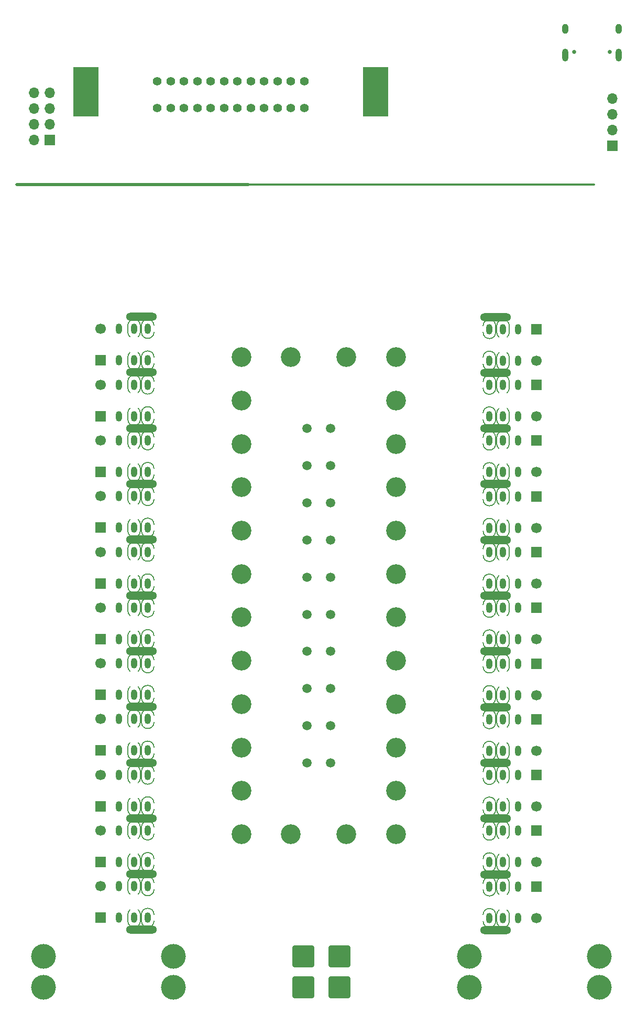
<source format=gbr>
%TF.GenerationSoftware,KiCad,Pcbnew,8.0.9-8.0.9-0~ubuntu24.04.1*%
%TF.CreationDate,2025-03-26T21:18:20+01:00*%
%TF.ProjectId,xResistorTranferBank,78526573-6973-4746-9f72-5472616e6665,rev?*%
%TF.SameCoordinates,Original*%
%TF.FileFunction,Soldermask,Bot*%
%TF.FilePolarity,Negative*%
%FSLAX46Y46*%
G04 Gerber Fmt 4.6, Leading zero omitted, Abs format (unit mm)*
G04 Created by KiCad (PCBNEW 8.0.9-8.0.9-0~ubuntu24.04.1) date 2025-03-26 21:18:20*
%MOMM*%
%LPD*%
G01*
G04 APERTURE LIST*
G04 Aperture macros list*
%AMRoundRect*
0 Rectangle with rounded corners*
0 $1 Rounding radius*
0 $2 $3 $4 $5 $6 $7 $8 $9 X,Y pos of 4 corners*
0 Add a 4 corners polygon primitive as box body*
4,1,4,$2,$3,$4,$5,$6,$7,$8,$9,$2,$3,0*
0 Add four circle primitives for the rounded corners*
1,1,$1+$1,$2,$3*
1,1,$1+$1,$4,$5*
1,1,$1+$1,$6,$7*
1,1,$1+$1,$8,$9*
0 Add four rect primitives between the rounded corners*
20,1,$1+$1,$2,$3,$4,$5,0*
20,1,$1+$1,$4,$5,$6,$7,0*
20,1,$1+$1,$6,$7,$8,$9,0*
20,1,$1+$1,$8,$9,$2,$3,0*%
%AMFreePoly0*
4,1,5,2.000000,-4.000000,-2.000000,-4.000000,-2.000000,4.000000,2.000000,4.000000,2.000000,-4.000000,2.000000,-4.000000,$1*%
G04 Aperture macros list end*
%ADD10C,0.500000*%
%ADD11C,0.300000*%
%ADD12C,0.200000*%
%ADD13R,1.700000X1.700000*%
%ADD14O,1.000000X1.700000*%
%ADD15C,1.700000*%
%ADD16O,5.000000X1.300000*%
%ADD17O,1.700000X1.700000*%
%ADD18C,4.000000*%
%ADD19RoundRect,0.250002X1.499998X-1.499998X1.499998X1.499998X-1.499998X1.499998X-1.499998X-1.499998X0*%
%ADD20C,0.650000*%
%ADD21O,1.000000X2.100000*%
%ADD22O,1.000000X1.600000*%
%ADD23C,3.200000*%
%ADD24C,1.500000*%
%ADD25RoundRect,0.250002X-1.499998X1.499998X-1.499998X-1.499998X1.499998X-1.499998X1.499998X1.499998X0*%
%ADD26C,1.400000*%
%ADD27FreePoly0,180.000000*%
G04 APERTURE END LIST*
D10*
X38700000Y-49400000D02*
X76100000Y-49400000D01*
D11*
X76100000Y-49400000D02*
X132000000Y-49400000D01*
D12*
%TO.C,K10*%
X56652650Y-127205600D02*
X56652650Y-126189600D01*
X56652650Y-132285600D02*
X56652650Y-131269600D01*
X58684650Y-126189600D02*
X58684650Y-127205600D01*
X58684650Y-131269600D02*
X58684650Y-132285600D01*
X58852650Y-127205600D02*
X58852650Y-126189600D01*
X58852650Y-132285600D02*
X58852650Y-131269600D01*
X56652650Y-126189600D02*
G75*
G02*
X58684650Y-126189600I1016000J0D01*
G01*
X56652981Y-131269600D02*
G75*
G02*
X57008650Y-130497600I1015669J0D01*
G01*
X57018650Y-127987599D02*
G75*
G02*
X56651781Y-127205600I650000J781999D01*
G01*
X58328650Y-130497600D02*
G75*
G02*
X58684319Y-131269600I-660000J-772000D01*
G01*
X58684650Y-132285600D02*
G75*
G02*
X56652650Y-132285600I-1016000J0D01*
G01*
X58685519Y-127205600D02*
G75*
G02*
X58318650Y-127987599I-1016869J0D01*
G01*
X58851783Y-126189600D02*
G75*
G02*
X60884649Y-126147600I1016867J0D01*
G01*
X58852650Y-131269600D02*
G75*
G02*
X60884650Y-131269600I1016000J0D01*
G01*
X60884649Y-127247600D02*
G75*
G02*
X58851783Y-127205600I-1015999J42000D01*
G01*
X60884650Y-132285600D02*
G75*
G02*
X58852650Y-132285600I-1016000J0D01*
G01*
%TO.C,K22*%
X56652650Y-73205600D02*
X56652650Y-72189600D01*
X56652650Y-78285600D02*
X56652650Y-77269600D01*
X58684650Y-72189600D02*
X58684650Y-73205600D01*
X58684650Y-77269600D02*
X58684650Y-78285600D01*
X58852650Y-73205600D02*
X58852650Y-72189600D01*
X58852650Y-78285600D02*
X58852650Y-77269600D01*
X56652650Y-72189600D02*
G75*
G02*
X58684650Y-72189600I1016000J0D01*
G01*
X56652981Y-77269600D02*
G75*
G02*
X57008650Y-76497600I1015669J0D01*
G01*
X57018650Y-73987599D02*
G75*
G02*
X56651781Y-73205600I650000J781999D01*
G01*
X58328650Y-76497600D02*
G75*
G02*
X58684319Y-77269600I-660000J-772000D01*
G01*
X58684650Y-78285600D02*
G75*
G02*
X56652650Y-78285600I-1016000J0D01*
G01*
X58685519Y-73205600D02*
G75*
G02*
X58318650Y-73987599I-1016869J0D01*
G01*
X58851783Y-72189600D02*
G75*
G02*
X60884649Y-72147600I1016867J0D01*
G01*
X58852650Y-77269600D02*
G75*
G02*
X60884650Y-77269600I1016000J0D01*
G01*
X60884649Y-73247600D02*
G75*
G02*
X58851783Y-73205600I-1015999J42000D01*
G01*
X60884650Y-78285600D02*
G75*
G02*
X58852650Y-78285600I-1016000J0D01*
G01*
%TO.C,K17*%
X116110550Y-90226000D02*
X116110550Y-91242000D01*
X116110550Y-95306000D02*
X116110550Y-96322000D01*
X116278550Y-91242000D02*
X116278550Y-90226000D01*
X116278550Y-96322000D02*
X116278550Y-95306000D01*
X118310550Y-90226000D02*
X118310550Y-91242000D01*
X118310550Y-95306000D02*
X118310550Y-96322000D01*
X114078550Y-90226000D02*
G75*
G02*
X116110550Y-90226000I1016000J0D01*
G01*
X114078551Y-95264000D02*
G75*
G02*
X116111417Y-95306000I1015999J-42000D01*
G01*
X116110550Y-91242000D02*
G75*
G02*
X114078550Y-91242000I-1016000J0D01*
G01*
X116111417Y-96322000D02*
G75*
G02*
X114078551Y-96364000I-1016867J0D01*
G01*
X116277681Y-95306000D02*
G75*
G02*
X116644550Y-94524001I1016869J0D01*
G01*
X116278550Y-90226000D02*
G75*
G02*
X118310550Y-90226000I1016000J0D01*
G01*
X116634550Y-92014000D02*
G75*
G02*
X116278881Y-91242000I660000J772000D01*
G01*
X117944550Y-94524001D02*
G75*
G02*
X118311419Y-95306000I-650000J-781999D01*
G01*
X118310219Y-91242000D02*
G75*
G02*
X117954550Y-92014000I-1015669J0D01*
G01*
X118310550Y-96322000D02*
G75*
G02*
X116278550Y-96322000I-1016000J0D01*
G01*
%TO.C,K13*%
X116110550Y-108226000D02*
X116110550Y-109242000D01*
X116110550Y-113306000D02*
X116110550Y-114322000D01*
X116278550Y-109242000D02*
X116278550Y-108226000D01*
X116278550Y-114322000D02*
X116278550Y-113306000D01*
X118310550Y-108226000D02*
X118310550Y-109242000D01*
X118310550Y-113306000D02*
X118310550Y-114322000D01*
X114078550Y-108226000D02*
G75*
G02*
X116110550Y-108226000I1016000J0D01*
G01*
X114078551Y-113264000D02*
G75*
G02*
X116111417Y-113306000I1015999J-42000D01*
G01*
X116110550Y-109242000D02*
G75*
G02*
X114078550Y-109242000I-1016000J0D01*
G01*
X116111417Y-114322000D02*
G75*
G02*
X114078551Y-114364000I-1016867J0D01*
G01*
X116277681Y-113306000D02*
G75*
G02*
X116644550Y-112524001I1016869J0D01*
G01*
X116278550Y-108226000D02*
G75*
G02*
X118310550Y-108226000I1016000J0D01*
G01*
X116634550Y-110014000D02*
G75*
G02*
X116278881Y-109242000I660000J772000D01*
G01*
X117944550Y-112524001D02*
G75*
G02*
X118311419Y-113306000I-650000J-781999D01*
G01*
X118310219Y-109242000D02*
G75*
G02*
X117954550Y-110014000I-1015669J0D01*
G01*
X118310550Y-114322000D02*
G75*
G02*
X116278550Y-114322000I-1016000J0D01*
G01*
%TO.C,K2*%
X56652650Y-163205600D02*
X56652650Y-162189600D01*
X56652650Y-168285600D02*
X56652650Y-167269600D01*
X58684650Y-162189600D02*
X58684650Y-163205600D01*
X58684650Y-167269600D02*
X58684650Y-168285600D01*
X58852650Y-163205600D02*
X58852650Y-162189600D01*
X58852650Y-168285600D02*
X58852650Y-167269600D01*
X56652650Y-162189600D02*
G75*
G02*
X58684650Y-162189600I1016000J0D01*
G01*
X56652981Y-167269600D02*
G75*
G02*
X57008650Y-166497600I1015669J0D01*
G01*
X57018650Y-163987599D02*
G75*
G02*
X56651781Y-163205600I650000J781999D01*
G01*
X58328650Y-166497600D02*
G75*
G02*
X58684319Y-167269600I-660000J-772000D01*
G01*
X58684650Y-168285600D02*
G75*
G02*
X56652650Y-168285600I-1016000J0D01*
G01*
X58685519Y-163205600D02*
G75*
G02*
X58318650Y-163987599I-1016869J0D01*
G01*
X58851783Y-162189600D02*
G75*
G02*
X60884649Y-162147600I1016867J0D01*
G01*
X58852650Y-167269600D02*
G75*
G02*
X60884650Y-167269600I1016000J0D01*
G01*
X60884649Y-163247600D02*
G75*
G02*
X58851783Y-163205600I-1015999J42000D01*
G01*
X60884650Y-168285600D02*
G75*
G02*
X58852650Y-168285600I-1016000J0D01*
G01*
%TO.C,K8*%
X56652650Y-136205600D02*
X56652650Y-135189600D01*
X56652650Y-141285600D02*
X56652650Y-140269600D01*
X58684650Y-135189600D02*
X58684650Y-136205600D01*
X58684650Y-140269600D02*
X58684650Y-141285600D01*
X58852650Y-136205600D02*
X58852650Y-135189600D01*
X58852650Y-141285600D02*
X58852650Y-140269600D01*
X56652650Y-135189600D02*
G75*
G02*
X58684650Y-135189600I1016000J0D01*
G01*
X56652981Y-140269600D02*
G75*
G02*
X57008650Y-139497600I1015669J0D01*
G01*
X57018650Y-136987599D02*
G75*
G02*
X56651781Y-136205600I650000J781999D01*
G01*
X58328650Y-139497600D02*
G75*
G02*
X58684319Y-140269600I-660000J-772000D01*
G01*
X58684650Y-141285600D02*
G75*
G02*
X56652650Y-141285600I-1016000J0D01*
G01*
X58685519Y-136205600D02*
G75*
G02*
X58318650Y-136987599I-1016869J0D01*
G01*
X58851783Y-135189600D02*
G75*
G02*
X60884649Y-135147600I1016867J0D01*
G01*
X58852650Y-140269600D02*
G75*
G02*
X60884650Y-140269600I1016000J0D01*
G01*
X60884649Y-136247600D02*
G75*
G02*
X58851783Y-136205600I-1015999J42000D01*
G01*
X60884650Y-141285600D02*
G75*
G02*
X58852650Y-141285600I-1016000J0D01*
G01*
%TO.C,K7*%
X116110550Y-135226000D02*
X116110550Y-136242000D01*
X116110550Y-140306000D02*
X116110550Y-141322000D01*
X116278550Y-136242000D02*
X116278550Y-135226000D01*
X116278550Y-141322000D02*
X116278550Y-140306000D01*
X118310550Y-135226000D02*
X118310550Y-136242000D01*
X118310550Y-140306000D02*
X118310550Y-141322000D01*
X114078550Y-135226000D02*
G75*
G02*
X116110550Y-135226000I1016000J0D01*
G01*
X114078551Y-140264000D02*
G75*
G02*
X116111417Y-140306000I1015999J-42000D01*
G01*
X116110550Y-136242000D02*
G75*
G02*
X114078550Y-136242000I-1016000J0D01*
G01*
X116111417Y-141322000D02*
G75*
G02*
X114078551Y-141364000I-1016867J0D01*
G01*
X116277681Y-140306000D02*
G75*
G02*
X116644550Y-139524001I1016869J0D01*
G01*
X116278550Y-135226000D02*
G75*
G02*
X118310550Y-135226000I1016000J0D01*
G01*
X116634550Y-137014000D02*
G75*
G02*
X116278881Y-136242000I660000J772000D01*
G01*
X117944550Y-139524001D02*
G75*
G02*
X118311419Y-140306000I-650000J-781999D01*
G01*
X118310219Y-136242000D02*
G75*
G02*
X117954550Y-137014000I-1015669J0D01*
G01*
X118310550Y-141322000D02*
G75*
G02*
X116278550Y-141322000I-1016000J0D01*
G01*
%TO.C,K16*%
X56652650Y-100205600D02*
X56652650Y-99189600D01*
X56652650Y-105285600D02*
X56652650Y-104269600D01*
X58684650Y-99189600D02*
X58684650Y-100205600D01*
X58684650Y-104269600D02*
X58684650Y-105285600D01*
X58852650Y-100205600D02*
X58852650Y-99189600D01*
X58852650Y-105285600D02*
X58852650Y-104269600D01*
X56652650Y-99189600D02*
G75*
G02*
X58684650Y-99189600I1016000J0D01*
G01*
X56652981Y-104269600D02*
G75*
G02*
X57008650Y-103497600I1015669J0D01*
G01*
X57018650Y-100987599D02*
G75*
G02*
X56651781Y-100205600I650000J781999D01*
G01*
X58328650Y-103497600D02*
G75*
G02*
X58684319Y-104269600I-660000J-772000D01*
G01*
X58684650Y-105285600D02*
G75*
G02*
X56652650Y-105285600I-1016000J0D01*
G01*
X58685519Y-100205600D02*
G75*
G02*
X58318650Y-100987599I-1016869J0D01*
G01*
X58851783Y-99189600D02*
G75*
G02*
X60884649Y-99147600I1016867J0D01*
G01*
X58852650Y-104269600D02*
G75*
G02*
X60884650Y-104269600I1016000J0D01*
G01*
X60884649Y-100247600D02*
G75*
G02*
X58851783Y-100205600I-1015999J42000D01*
G01*
X60884650Y-105285600D02*
G75*
G02*
X58852650Y-105285600I-1016000J0D01*
G01*
%TO.C,K21*%
X116110550Y-72226000D02*
X116110550Y-73242000D01*
X116110550Y-77306000D02*
X116110550Y-78322000D01*
X116278550Y-73242000D02*
X116278550Y-72226000D01*
X116278550Y-78322000D02*
X116278550Y-77306000D01*
X118310550Y-72226000D02*
X118310550Y-73242000D01*
X118310550Y-77306000D02*
X118310550Y-78322000D01*
X114078550Y-72226000D02*
G75*
G02*
X116110550Y-72226000I1016000J0D01*
G01*
X114078551Y-77264000D02*
G75*
G02*
X116111417Y-77306000I1015999J-42000D01*
G01*
X116110550Y-73242000D02*
G75*
G02*
X114078550Y-73242000I-1016000J0D01*
G01*
X116111417Y-78322000D02*
G75*
G02*
X114078551Y-78364000I-1016867J0D01*
G01*
X116277681Y-77306000D02*
G75*
G02*
X116644550Y-76524001I1016869J0D01*
G01*
X116278550Y-72226000D02*
G75*
G02*
X118310550Y-72226000I1016000J0D01*
G01*
X116634550Y-74014000D02*
G75*
G02*
X116278881Y-73242000I660000J772000D01*
G01*
X117944550Y-76524001D02*
G75*
G02*
X118311419Y-77306000I-650000J-781999D01*
G01*
X118310219Y-73242000D02*
G75*
G02*
X117954550Y-74014000I-1015669J0D01*
G01*
X118310550Y-78322000D02*
G75*
G02*
X116278550Y-78322000I-1016000J0D01*
G01*
%TO.C,K3*%
X116110550Y-153226000D02*
X116110550Y-154242000D01*
X116110550Y-158306000D02*
X116110550Y-159322000D01*
X116278550Y-154242000D02*
X116278550Y-153226000D01*
X116278550Y-159322000D02*
X116278550Y-158306000D01*
X118310550Y-153226000D02*
X118310550Y-154242000D01*
X118310550Y-158306000D02*
X118310550Y-159322000D01*
X114078550Y-153226000D02*
G75*
G02*
X116110550Y-153226000I1016000J0D01*
G01*
X114078551Y-158264000D02*
G75*
G02*
X116111417Y-158306000I1015999J-42000D01*
G01*
X116110550Y-154242000D02*
G75*
G02*
X114078550Y-154242000I-1016000J0D01*
G01*
X116111417Y-159322000D02*
G75*
G02*
X114078551Y-159364000I-1016867J0D01*
G01*
X116277681Y-158306000D02*
G75*
G02*
X116644550Y-157524001I1016869J0D01*
G01*
X116278550Y-153226000D02*
G75*
G02*
X118310550Y-153226000I1016000J0D01*
G01*
X116634550Y-155014000D02*
G75*
G02*
X116278881Y-154242000I660000J772000D01*
G01*
X117944550Y-157524001D02*
G75*
G02*
X118311419Y-158306000I-650000J-781999D01*
G01*
X118310219Y-154242000D02*
G75*
G02*
X117954550Y-155014000I-1015669J0D01*
G01*
X118310550Y-159322000D02*
G75*
G02*
X116278550Y-159322000I-1016000J0D01*
G01*
%TO.C,K19*%
X116110550Y-81226000D02*
X116110550Y-82242000D01*
X116110550Y-86306000D02*
X116110550Y-87322000D01*
X116278550Y-82242000D02*
X116278550Y-81226000D01*
X116278550Y-87322000D02*
X116278550Y-86306000D01*
X118310550Y-81226000D02*
X118310550Y-82242000D01*
X118310550Y-86306000D02*
X118310550Y-87322000D01*
X114078550Y-81226000D02*
G75*
G02*
X116110550Y-81226000I1016000J0D01*
G01*
X114078551Y-86264000D02*
G75*
G02*
X116111417Y-86306000I1015999J-42000D01*
G01*
X116110550Y-82242000D02*
G75*
G02*
X114078550Y-82242000I-1016000J0D01*
G01*
X116111417Y-87322000D02*
G75*
G02*
X114078551Y-87364000I-1016867J0D01*
G01*
X116277681Y-86306000D02*
G75*
G02*
X116644550Y-85524001I1016869J0D01*
G01*
X116278550Y-81226000D02*
G75*
G02*
X118310550Y-81226000I1016000J0D01*
G01*
X116634550Y-83014000D02*
G75*
G02*
X116278881Y-82242000I660000J772000D01*
G01*
X117944550Y-85524001D02*
G75*
G02*
X118311419Y-86306000I-650000J-781999D01*
G01*
X118310219Y-82242000D02*
G75*
G02*
X117954550Y-83014000I-1015669J0D01*
G01*
X118310550Y-87322000D02*
G75*
G02*
X116278550Y-87322000I-1016000J0D01*
G01*
%TO.C,K15*%
X116110550Y-99226000D02*
X116110550Y-100242000D01*
X116110550Y-104306000D02*
X116110550Y-105322000D01*
X116278550Y-100242000D02*
X116278550Y-99226000D01*
X116278550Y-105322000D02*
X116278550Y-104306000D01*
X118310550Y-99226000D02*
X118310550Y-100242000D01*
X118310550Y-104306000D02*
X118310550Y-105322000D01*
X114078550Y-99226000D02*
G75*
G02*
X116110550Y-99226000I1016000J0D01*
G01*
X114078551Y-104264000D02*
G75*
G02*
X116111417Y-104306000I1015999J-42000D01*
G01*
X116110550Y-100242000D02*
G75*
G02*
X114078550Y-100242000I-1016000J0D01*
G01*
X116111417Y-105322000D02*
G75*
G02*
X114078551Y-105364000I-1016867J0D01*
G01*
X116277681Y-104306000D02*
G75*
G02*
X116644550Y-103524001I1016869J0D01*
G01*
X116278550Y-99226000D02*
G75*
G02*
X118310550Y-99226000I1016000J0D01*
G01*
X116634550Y-101014000D02*
G75*
G02*
X116278881Y-100242000I660000J772000D01*
G01*
X117944550Y-103524001D02*
G75*
G02*
X118311419Y-104306000I-650000J-781999D01*
G01*
X118310219Y-100242000D02*
G75*
G02*
X117954550Y-101014000I-1015669J0D01*
G01*
X118310550Y-105322000D02*
G75*
G02*
X116278550Y-105322000I-1016000J0D01*
G01*
%TO.C,K4*%
X56652650Y-154205600D02*
X56652650Y-153189600D01*
X56652650Y-159285600D02*
X56652650Y-158269600D01*
X58684650Y-153189600D02*
X58684650Y-154205600D01*
X58684650Y-158269600D02*
X58684650Y-159285600D01*
X58852650Y-154205600D02*
X58852650Y-153189600D01*
X58852650Y-159285600D02*
X58852650Y-158269600D01*
X56652650Y-153189600D02*
G75*
G02*
X58684650Y-153189600I1016000J0D01*
G01*
X56652981Y-158269600D02*
G75*
G02*
X57008650Y-157497600I1015669J0D01*
G01*
X57018650Y-154987599D02*
G75*
G02*
X56651781Y-154205600I650000J781999D01*
G01*
X58328650Y-157497600D02*
G75*
G02*
X58684319Y-158269600I-660000J-772000D01*
G01*
X58684650Y-159285600D02*
G75*
G02*
X56652650Y-159285600I-1016000J0D01*
G01*
X58685519Y-154205600D02*
G75*
G02*
X58318650Y-154987599I-1016869J0D01*
G01*
X58851783Y-153189600D02*
G75*
G02*
X60884649Y-153147600I1016867J0D01*
G01*
X58852650Y-158269600D02*
G75*
G02*
X60884650Y-158269600I1016000J0D01*
G01*
X60884649Y-154247600D02*
G75*
G02*
X58851783Y-154205600I-1015999J42000D01*
G01*
X60884650Y-159285600D02*
G75*
G02*
X58852650Y-159285600I-1016000J0D01*
G01*
%TO.C,K9*%
X116110550Y-126226000D02*
X116110550Y-127242000D01*
X116110550Y-131306000D02*
X116110550Y-132322000D01*
X116278550Y-127242000D02*
X116278550Y-126226000D01*
X116278550Y-132322000D02*
X116278550Y-131306000D01*
X118310550Y-126226000D02*
X118310550Y-127242000D01*
X118310550Y-131306000D02*
X118310550Y-132322000D01*
X114078550Y-126226000D02*
G75*
G02*
X116110550Y-126226000I1016000J0D01*
G01*
X114078551Y-131264000D02*
G75*
G02*
X116111417Y-131306000I1015999J-42000D01*
G01*
X116110550Y-127242000D02*
G75*
G02*
X114078550Y-127242000I-1016000J0D01*
G01*
X116111417Y-132322000D02*
G75*
G02*
X114078551Y-132364000I-1016867J0D01*
G01*
X116277681Y-131306000D02*
G75*
G02*
X116644550Y-130524001I1016869J0D01*
G01*
X116278550Y-126226000D02*
G75*
G02*
X118310550Y-126226000I1016000J0D01*
G01*
X116634550Y-128014000D02*
G75*
G02*
X116278881Y-127242000I660000J772000D01*
G01*
X117944550Y-130524001D02*
G75*
G02*
X118311419Y-131306000I-650000J-781999D01*
G01*
X118310219Y-127242000D02*
G75*
G02*
X117954550Y-128014000I-1015669J0D01*
G01*
X118310550Y-132322000D02*
G75*
G02*
X116278550Y-132322000I-1016000J0D01*
G01*
%TO.C,K12*%
X56652650Y-118205600D02*
X56652650Y-117189600D01*
X56652650Y-123285600D02*
X56652650Y-122269600D01*
X58684650Y-117189600D02*
X58684650Y-118205600D01*
X58684650Y-122269600D02*
X58684650Y-123285600D01*
X58852650Y-118205600D02*
X58852650Y-117189600D01*
X58852650Y-123285600D02*
X58852650Y-122269600D01*
X56652650Y-117189600D02*
G75*
G02*
X58684650Y-117189600I1016000J0D01*
G01*
X56652981Y-122269600D02*
G75*
G02*
X57008650Y-121497600I1015669J0D01*
G01*
X57018650Y-118987599D02*
G75*
G02*
X56651781Y-118205600I650000J781999D01*
G01*
X58328650Y-121497600D02*
G75*
G02*
X58684319Y-122269600I-660000J-772000D01*
G01*
X58684650Y-123285600D02*
G75*
G02*
X56652650Y-123285600I-1016000J0D01*
G01*
X58685519Y-118205600D02*
G75*
G02*
X58318650Y-118987599I-1016869J0D01*
G01*
X58851783Y-117189600D02*
G75*
G02*
X60884649Y-117147600I1016867J0D01*
G01*
X58852650Y-122269600D02*
G75*
G02*
X60884650Y-122269600I1016000J0D01*
G01*
X60884649Y-118247600D02*
G75*
G02*
X58851783Y-118205600I-1015999J42000D01*
G01*
X60884650Y-123285600D02*
G75*
G02*
X58852650Y-123285600I-1016000J0D01*
G01*
%TO.C,K1*%
X116113650Y-162229600D02*
X116113650Y-163245600D01*
X116113650Y-167309600D02*
X116113650Y-168325600D01*
X116281650Y-163245600D02*
X116281650Y-162229600D01*
X116281650Y-168325600D02*
X116281650Y-167309600D01*
X118313650Y-162229600D02*
X118313650Y-163245600D01*
X118313650Y-167309600D02*
X118313650Y-168325600D01*
X114081650Y-162229600D02*
G75*
G02*
X116113650Y-162229600I1016000J0D01*
G01*
X114081651Y-167267600D02*
G75*
G02*
X116114517Y-167309600I1015999J-42000D01*
G01*
X116113650Y-163245600D02*
G75*
G02*
X114081650Y-163245600I-1016000J0D01*
G01*
X116114517Y-168325600D02*
G75*
G02*
X114081651Y-168367600I-1016867J0D01*
G01*
X116280781Y-167309600D02*
G75*
G02*
X116647650Y-166527601I1016869J0D01*
G01*
X116281650Y-162229600D02*
G75*
G02*
X118313650Y-162229600I1016000J0D01*
G01*
X116637650Y-164017600D02*
G75*
G02*
X116281981Y-163245600I660000J772000D01*
G01*
X117947650Y-166527601D02*
G75*
G02*
X118314519Y-167309600I-650000J-781999D01*
G01*
X118313319Y-163245600D02*
G75*
G02*
X117957650Y-164017600I-1015669J0D01*
G01*
X118313650Y-168325600D02*
G75*
G02*
X116281650Y-168325600I-1016000J0D01*
G01*
%TO.C,K18*%
X56652650Y-91205600D02*
X56652650Y-90189600D01*
X56652650Y-96285600D02*
X56652650Y-95269600D01*
X58684650Y-90189600D02*
X58684650Y-91205600D01*
X58684650Y-95269600D02*
X58684650Y-96285600D01*
X58852650Y-91205600D02*
X58852650Y-90189600D01*
X58852650Y-96285600D02*
X58852650Y-95269600D01*
X56652650Y-90189600D02*
G75*
G02*
X58684650Y-90189600I1016000J0D01*
G01*
X56652981Y-95269600D02*
G75*
G02*
X57008650Y-94497600I1015669J0D01*
G01*
X57018650Y-91987599D02*
G75*
G02*
X56651781Y-91205600I650000J781999D01*
G01*
X58328650Y-94497600D02*
G75*
G02*
X58684319Y-95269600I-660000J-772000D01*
G01*
X58684650Y-96285600D02*
G75*
G02*
X56652650Y-96285600I-1016000J0D01*
G01*
X58685519Y-91205600D02*
G75*
G02*
X58318650Y-91987599I-1016869J0D01*
G01*
X58851783Y-90189600D02*
G75*
G02*
X60884649Y-90147600I1016867J0D01*
G01*
X58852650Y-95269600D02*
G75*
G02*
X60884650Y-95269600I1016000J0D01*
G01*
X60884649Y-91247600D02*
G75*
G02*
X58851783Y-91205600I-1015999J42000D01*
G01*
X60884650Y-96285600D02*
G75*
G02*
X58852650Y-96285600I-1016000J0D01*
G01*
%TO.C,K20*%
X56652650Y-82205600D02*
X56652650Y-81189600D01*
X56652650Y-87285600D02*
X56652650Y-86269600D01*
X58684650Y-81189600D02*
X58684650Y-82205600D01*
X58684650Y-86269600D02*
X58684650Y-87285600D01*
X58852650Y-82205600D02*
X58852650Y-81189600D01*
X58852650Y-87285600D02*
X58852650Y-86269600D01*
X56652650Y-81189600D02*
G75*
G02*
X58684650Y-81189600I1016000J0D01*
G01*
X56652981Y-86269600D02*
G75*
G02*
X57008650Y-85497600I1015669J0D01*
G01*
X57018650Y-82987599D02*
G75*
G02*
X56651781Y-82205600I650000J781999D01*
G01*
X58328650Y-85497600D02*
G75*
G02*
X58684319Y-86269600I-660000J-772000D01*
G01*
X58684650Y-87285600D02*
G75*
G02*
X56652650Y-87285600I-1016000J0D01*
G01*
X58685519Y-82205600D02*
G75*
G02*
X58318650Y-82987599I-1016869J0D01*
G01*
X58851783Y-81189600D02*
G75*
G02*
X60884649Y-81147600I1016867J0D01*
G01*
X58852650Y-86269600D02*
G75*
G02*
X60884650Y-86269600I1016000J0D01*
G01*
X60884649Y-82247600D02*
G75*
G02*
X58851783Y-82205600I-1015999J42000D01*
G01*
X60884650Y-87285600D02*
G75*
G02*
X58852650Y-87285600I-1016000J0D01*
G01*
%TO.C,K14*%
X56652650Y-109205600D02*
X56652650Y-108189600D01*
X56652650Y-114285600D02*
X56652650Y-113269600D01*
X58684650Y-108189600D02*
X58684650Y-109205600D01*
X58684650Y-113269600D02*
X58684650Y-114285600D01*
X58852650Y-109205600D02*
X58852650Y-108189600D01*
X58852650Y-114285600D02*
X58852650Y-113269600D01*
X56652650Y-108189600D02*
G75*
G02*
X58684650Y-108189600I1016000J0D01*
G01*
X56652981Y-113269600D02*
G75*
G02*
X57008650Y-112497600I1015669J0D01*
G01*
X57018650Y-109987599D02*
G75*
G02*
X56651781Y-109205600I650000J781999D01*
G01*
X58328650Y-112497600D02*
G75*
G02*
X58684319Y-113269600I-660000J-772000D01*
G01*
X58684650Y-114285600D02*
G75*
G02*
X56652650Y-114285600I-1016000J0D01*
G01*
X58685519Y-109205600D02*
G75*
G02*
X58318650Y-109987599I-1016869J0D01*
G01*
X58851783Y-108189600D02*
G75*
G02*
X60884649Y-108147600I1016867J0D01*
G01*
X58852650Y-113269600D02*
G75*
G02*
X60884650Y-113269600I1016000J0D01*
G01*
X60884649Y-109247600D02*
G75*
G02*
X58851783Y-109205600I-1015999J42000D01*
G01*
X60884650Y-114285600D02*
G75*
G02*
X58852650Y-114285600I-1016000J0D01*
G01*
%TO.C,K6*%
X56652650Y-145205600D02*
X56652650Y-144189600D01*
X56652650Y-150285600D02*
X56652650Y-149269600D01*
X58684650Y-144189600D02*
X58684650Y-145205600D01*
X58684650Y-149269600D02*
X58684650Y-150285600D01*
X58852650Y-145205600D02*
X58852650Y-144189600D01*
X58852650Y-150285600D02*
X58852650Y-149269600D01*
X56652650Y-144189600D02*
G75*
G02*
X58684650Y-144189600I1016000J0D01*
G01*
X56652981Y-149269600D02*
G75*
G02*
X57008650Y-148497600I1015669J0D01*
G01*
X57018650Y-145987599D02*
G75*
G02*
X56651781Y-145205600I650000J781999D01*
G01*
X58328650Y-148497600D02*
G75*
G02*
X58684319Y-149269600I-660000J-772000D01*
G01*
X58684650Y-150285600D02*
G75*
G02*
X56652650Y-150285600I-1016000J0D01*
G01*
X58685519Y-145205600D02*
G75*
G02*
X58318650Y-145987599I-1016869J0D01*
G01*
X58851783Y-144189600D02*
G75*
G02*
X60884649Y-144147600I1016867J0D01*
G01*
X58852650Y-149269600D02*
G75*
G02*
X60884650Y-149269600I1016000J0D01*
G01*
X60884649Y-145247600D02*
G75*
G02*
X58851783Y-145205600I-1015999J42000D01*
G01*
X60884650Y-150285600D02*
G75*
G02*
X58852650Y-150285600I-1016000J0D01*
G01*
%TO.C,K5*%
X116110550Y-144226000D02*
X116110550Y-145242000D01*
X116110550Y-149306000D02*
X116110550Y-150322000D01*
X116278550Y-145242000D02*
X116278550Y-144226000D01*
X116278550Y-150322000D02*
X116278550Y-149306000D01*
X118310550Y-144226000D02*
X118310550Y-145242000D01*
X118310550Y-149306000D02*
X118310550Y-150322000D01*
X114078550Y-144226000D02*
G75*
G02*
X116110550Y-144226000I1016000J0D01*
G01*
X114078551Y-149264000D02*
G75*
G02*
X116111417Y-149306000I1015999J-42000D01*
G01*
X116110550Y-145242000D02*
G75*
G02*
X114078550Y-145242000I-1016000J0D01*
G01*
X116111417Y-150322000D02*
G75*
G02*
X114078551Y-150364000I-1016867J0D01*
G01*
X116277681Y-149306000D02*
G75*
G02*
X116644550Y-148524001I1016869J0D01*
G01*
X116278550Y-144226000D02*
G75*
G02*
X118310550Y-144226000I1016000J0D01*
G01*
X116634550Y-146014000D02*
G75*
G02*
X116278881Y-145242000I660000J772000D01*
G01*
X117944550Y-148524001D02*
G75*
G02*
X118311419Y-149306000I-650000J-781999D01*
G01*
X118310219Y-145242000D02*
G75*
G02*
X117954550Y-146014000I-1015669J0D01*
G01*
X118310550Y-150322000D02*
G75*
G02*
X116278550Y-150322000I-1016000J0D01*
G01*
%TO.C,K11*%
X116110550Y-117226000D02*
X116110550Y-118242000D01*
X116110550Y-122306000D02*
X116110550Y-123322000D01*
X116278550Y-118242000D02*
X116278550Y-117226000D01*
X116278550Y-123322000D02*
X116278550Y-122306000D01*
X118310550Y-117226000D02*
X118310550Y-118242000D01*
X118310550Y-122306000D02*
X118310550Y-123322000D01*
X114078550Y-117226000D02*
G75*
G02*
X116110550Y-117226000I1016000J0D01*
G01*
X114078551Y-122264000D02*
G75*
G02*
X116111417Y-122306000I1015999J-42000D01*
G01*
X116110550Y-118242000D02*
G75*
G02*
X114078550Y-118242000I-1016000J0D01*
G01*
X116111417Y-123322000D02*
G75*
G02*
X114078551Y-123364000I-1016867J0D01*
G01*
X116277681Y-122306000D02*
G75*
G02*
X116644550Y-121524001I1016869J0D01*
G01*
X116278550Y-117226000D02*
G75*
G02*
X118310550Y-117226000I1016000J0D01*
G01*
X116634550Y-119014000D02*
G75*
G02*
X116278881Y-118242000I660000J772000D01*
G01*
X117944550Y-121524001D02*
G75*
G02*
X118311419Y-122306000I-650000J-781999D01*
G01*
X118310219Y-118242000D02*
G75*
G02*
X117954550Y-119014000I-1015669J0D01*
G01*
X118310550Y-123322000D02*
G75*
G02*
X116278550Y-123322000I-1016000J0D01*
G01*
%TD*%
D13*
%TO.C,K10*%
X52248650Y-131777600D03*
D14*
X55248650Y-131777600D03*
X57648650Y-131777600D03*
X59848650Y-131777600D03*
X59848650Y-126697600D03*
X57648650Y-126697600D03*
X55248650Y-126697600D03*
D15*
X52248650Y-126697600D03*
D16*
X58852650Y-133737600D03*
X58852650Y-124737600D03*
%TD*%
D13*
%TO.C,K22*%
X52248650Y-77777600D03*
D14*
X55248650Y-77777600D03*
X57648650Y-77777600D03*
X59848650Y-77777600D03*
X59848650Y-72697600D03*
X57648650Y-72697600D03*
X55248650Y-72697600D03*
D15*
X52248650Y-72697600D03*
D16*
X58852650Y-79737600D03*
X58852650Y-70737600D03*
%TD*%
D13*
%TO.C,K17*%
X122714550Y-90734000D03*
D14*
X119714550Y-90734000D03*
X117314550Y-90734000D03*
X115114550Y-90734000D03*
X115114550Y-95814000D03*
X117314550Y-95814000D03*
X119714550Y-95814000D03*
D15*
X122714550Y-95814000D03*
D16*
X116110550Y-88774000D03*
X116110550Y-97774000D03*
%TD*%
D13*
%TO.C,J2*%
X134937500Y-43104000D03*
D17*
X134937500Y-40564000D03*
X134937500Y-38024000D03*
X134937500Y-35484000D03*
%TD*%
D13*
%TO.C,K13*%
X122714550Y-108734000D03*
D14*
X119714550Y-108734000D03*
X117314550Y-108734000D03*
X115114550Y-108734000D03*
X115114550Y-113814000D03*
X117314550Y-113814000D03*
X119714550Y-113814000D03*
D15*
X122714550Y-113814000D03*
D16*
X116110550Y-106774000D03*
X116110550Y-115774000D03*
%TD*%
D13*
%TO.C,K2*%
X52248650Y-167777600D03*
D14*
X55248650Y-167777600D03*
X57648650Y-167777600D03*
X59848650Y-167777600D03*
X59848650Y-162697600D03*
X57648650Y-162697600D03*
X55248650Y-162697600D03*
D15*
X52248650Y-162697600D03*
D16*
X58852650Y-169737600D03*
X58852650Y-160737600D03*
%TD*%
D13*
%TO.C,K8*%
X52248650Y-140777600D03*
D14*
X55248650Y-140777600D03*
X57648650Y-140777600D03*
X59848650Y-140777600D03*
X59848650Y-135697600D03*
X57648650Y-135697600D03*
X55248650Y-135697600D03*
D15*
X52248650Y-135697600D03*
D16*
X58852650Y-142737600D03*
X58852650Y-133737600D03*
%TD*%
D18*
%TO.C,H1*%
X111875000Y-174000000D03*
X132875000Y-174000000D03*
D19*
X90875000Y-174000000D03*
%TD*%
D13*
%TO.C,K7*%
X122714550Y-135734000D03*
D14*
X119714550Y-135734000D03*
X117314550Y-135734000D03*
X115114550Y-135734000D03*
X115114550Y-140814000D03*
X117314550Y-140814000D03*
X119714550Y-140814000D03*
D15*
X122714550Y-140814000D03*
D16*
X116110550Y-133774000D03*
X116110550Y-142774000D03*
%TD*%
D20*
%TO.C,J1*%
X134567500Y-27949000D03*
X128787500Y-27949000D03*
D21*
X135997500Y-28449000D03*
D22*
X135997500Y-24269000D03*
D21*
X127357500Y-28449000D03*
D22*
X127357500Y-24269000D03*
%TD*%
D13*
%TO.C,K16*%
X52248650Y-104777600D03*
D14*
X55248650Y-104777600D03*
X57648650Y-104777600D03*
X59848650Y-104777600D03*
X59848650Y-99697600D03*
X57648650Y-99697600D03*
X55248650Y-99697600D03*
D15*
X52248650Y-99697600D03*
D16*
X58852650Y-106737600D03*
X58852650Y-97737600D03*
%TD*%
D13*
%TO.C,K21*%
X122714550Y-72734000D03*
D14*
X119714550Y-72734000D03*
X117314550Y-72734000D03*
X115114550Y-72734000D03*
X115114550Y-77814000D03*
X117314550Y-77814000D03*
X119714550Y-77814000D03*
D15*
X122714550Y-77814000D03*
D16*
X116110550Y-70774000D03*
X116110550Y-79774000D03*
%TD*%
D13*
%TO.C,K3*%
X122714550Y-153734000D03*
D14*
X119714550Y-153734000D03*
X117314550Y-153734000D03*
X115114550Y-153734000D03*
X115114550Y-158814000D03*
X117314550Y-158814000D03*
X119714550Y-158814000D03*
D15*
X122714550Y-158814000D03*
D16*
X116110550Y-151774000D03*
X116110550Y-160774000D03*
%TD*%
D13*
%TO.C,K19*%
X122714550Y-81734000D03*
D14*
X119714550Y-81734000D03*
X117314550Y-81734000D03*
X115114550Y-81734000D03*
X115114550Y-86814000D03*
X117314550Y-86814000D03*
X119714550Y-86814000D03*
D15*
X122714550Y-86814000D03*
D16*
X116110550Y-79774000D03*
X116110550Y-88774000D03*
%TD*%
D13*
%TO.C,K15*%
X122714550Y-99734000D03*
D14*
X119714550Y-99734000D03*
X117314550Y-99734000D03*
X115114550Y-99734000D03*
X115114550Y-104814000D03*
X117314550Y-104814000D03*
X119714550Y-104814000D03*
D15*
X122714550Y-104814000D03*
D16*
X116110550Y-97774000D03*
X116110550Y-106774000D03*
%TD*%
D13*
%TO.C,K4*%
X52248650Y-158777600D03*
D14*
X55248650Y-158777600D03*
X57648650Y-158777600D03*
X59848650Y-158777600D03*
X59848650Y-153697600D03*
X57648650Y-153697600D03*
X55248650Y-153697600D03*
D15*
X52248650Y-153697600D03*
D16*
X58852650Y-160737600D03*
X58852650Y-151737600D03*
%TD*%
D13*
%TO.C,K9*%
X122714550Y-126734000D03*
D14*
X119714550Y-126734000D03*
X117314550Y-126734000D03*
X115114550Y-126734000D03*
X115114550Y-131814000D03*
X117314550Y-131814000D03*
X119714550Y-131814000D03*
D15*
X122714550Y-131814000D03*
D16*
X116110550Y-124774000D03*
X116110550Y-133774000D03*
%TD*%
D13*
%TO.C,K12*%
X52248650Y-122777600D03*
D14*
X55248650Y-122777600D03*
X57648650Y-122777600D03*
X59848650Y-122777600D03*
X59848650Y-117697600D03*
X57648650Y-117697600D03*
X55248650Y-117697600D03*
D15*
X52248650Y-117697600D03*
D16*
X58852650Y-124737600D03*
X58852650Y-115737600D03*
%TD*%
D23*
%TO.C,RN1*%
X74993150Y-154277600D03*
X82993150Y-154277600D03*
X91993150Y-154277600D03*
X99993150Y-154277600D03*
X74993150Y-147277600D03*
X99993150Y-147277600D03*
X74993150Y-140277600D03*
X99993150Y-140277600D03*
X74993150Y-133277600D03*
X99993150Y-133277600D03*
X74993150Y-126277600D03*
X99993150Y-126277600D03*
X74993150Y-119277600D03*
X99993150Y-119277600D03*
X74993150Y-112277600D03*
X99993150Y-112277600D03*
X74993150Y-105277600D03*
X99993150Y-105277600D03*
X74993150Y-98277600D03*
X99993150Y-98277600D03*
X74993150Y-91277600D03*
X99993150Y-91277600D03*
X74993150Y-84277600D03*
X99993150Y-84277600D03*
X74993150Y-77277600D03*
X82993150Y-77277600D03*
X91993150Y-77277600D03*
X99993150Y-77277600D03*
D24*
X89393150Y-142777600D03*
X89393150Y-136777600D03*
X89393150Y-130777600D03*
X89393150Y-124777600D03*
X89393150Y-118777600D03*
X89393150Y-112777600D03*
X89393150Y-106777600D03*
X89393150Y-100777600D03*
X89393150Y-94777600D03*
X89393150Y-88777600D03*
X85593150Y-88777600D03*
X85593150Y-94777600D03*
X85593150Y-100777600D03*
X85593150Y-106777600D03*
X85593150Y-112777600D03*
X85593150Y-118777600D03*
X85593150Y-124777600D03*
X85593150Y-130777600D03*
X85593150Y-136777600D03*
X85593150Y-142777600D03*
%TD*%
D18*
%TO.C,H2*%
X64000000Y-179000000D03*
X43000000Y-179000000D03*
D25*
X85000000Y-179000000D03*
%TD*%
D13*
%TO.C,K1*%
X122717650Y-162737600D03*
D14*
X119717650Y-162737600D03*
X117317650Y-162737600D03*
X115117650Y-162737600D03*
X115117650Y-167817600D03*
X117317650Y-167817600D03*
X119717650Y-167817600D03*
D15*
X122717650Y-167817600D03*
D16*
X116113650Y-160777600D03*
X116113650Y-169777600D03*
%TD*%
D18*
%TO.C,H3*%
X111875000Y-179000000D03*
X132875000Y-179000000D03*
D19*
X90875000Y-179000000D03*
%TD*%
D13*
%TO.C,K18*%
X52248650Y-95777600D03*
D14*
X55248650Y-95777600D03*
X57648650Y-95777600D03*
X59848650Y-95777600D03*
X59848650Y-90697600D03*
X57648650Y-90697600D03*
X55248650Y-90697600D03*
D15*
X52248650Y-90697600D03*
D16*
X58852650Y-97737600D03*
X58852650Y-88737600D03*
%TD*%
D18*
%TO.C,H4*%
X64000000Y-174000000D03*
X43000000Y-174000000D03*
D25*
X85000000Y-174000000D03*
%TD*%
D13*
%TO.C,K20*%
X52248650Y-86777600D03*
D14*
X55248650Y-86777600D03*
X57648650Y-86777600D03*
X59848650Y-86777600D03*
X59848650Y-81697600D03*
X57648650Y-81697600D03*
X55248650Y-81697600D03*
D15*
X52248650Y-81697600D03*
D16*
X58852650Y-88737600D03*
X58852650Y-79737600D03*
%TD*%
D13*
%TO.C,K14*%
X52248650Y-113777600D03*
D14*
X55248650Y-113777600D03*
X57648650Y-113777600D03*
X59848650Y-113777600D03*
X59848650Y-108697600D03*
X57648650Y-108697600D03*
X55248650Y-108697600D03*
D15*
X52248650Y-108697600D03*
D16*
X58852650Y-115737600D03*
X58852650Y-106737600D03*
%TD*%
D26*
%TO.C,J3*%
X61400000Y-37000000D03*
X63560000Y-37000000D03*
X65720000Y-37000000D03*
X67880000Y-37000000D03*
X70040000Y-37000000D03*
X72200000Y-37000000D03*
X74360000Y-37000000D03*
X76520000Y-37000000D03*
X78680000Y-37000000D03*
X80840000Y-37000000D03*
X83000000Y-37000000D03*
X85160000Y-37000000D03*
X61400000Y-32710000D03*
X63560000Y-32710000D03*
X65720000Y-32710000D03*
X67880000Y-32710000D03*
X70040000Y-32710000D03*
X72200000Y-32710000D03*
X74360000Y-32710000D03*
X76520000Y-32710000D03*
X78680000Y-32710000D03*
X80840000Y-32710000D03*
X83000000Y-32710000D03*
X85160000Y-32710000D03*
D27*
X96680000Y-34440000D03*
X49880000Y-34440000D03*
%TD*%
D13*
%TO.C,K6*%
X52248650Y-149777600D03*
D14*
X55248650Y-149777600D03*
X57648650Y-149777600D03*
X59848650Y-149777600D03*
X59848650Y-144697600D03*
X57648650Y-144697600D03*
X55248650Y-144697600D03*
D15*
X52248650Y-144697600D03*
D16*
X58852650Y-151737600D03*
X58852650Y-142737600D03*
%TD*%
D13*
%TO.C,K5*%
X122714550Y-144734000D03*
D14*
X119714550Y-144734000D03*
X117314550Y-144734000D03*
X115114550Y-144734000D03*
X115114550Y-149814000D03*
X117314550Y-149814000D03*
X119714550Y-149814000D03*
D15*
X122714550Y-149814000D03*
D16*
X116110550Y-142774000D03*
X116110550Y-151774000D03*
%TD*%
D13*
%TO.C,J4*%
X44040000Y-42170000D03*
D17*
X41500000Y-42170000D03*
X44040000Y-39630000D03*
X41500000Y-39630000D03*
X44040000Y-37090000D03*
X41500000Y-37090000D03*
X44040000Y-34550000D03*
X41500000Y-34550000D03*
%TD*%
D13*
%TO.C,K11*%
X122714550Y-117734000D03*
D14*
X119714550Y-117734000D03*
X117314550Y-117734000D03*
X115114550Y-117734000D03*
X115114550Y-122814000D03*
X117314550Y-122814000D03*
X119714550Y-122814000D03*
D15*
X122714550Y-122814000D03*
D16*
X116110550Y-115774000D03*
X116110550Y-124774000D03*
%TD*%
M02*

</source>
